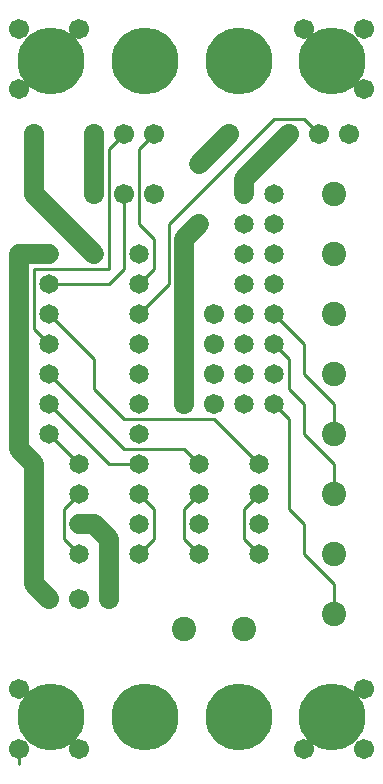
<source format=gtl>
%MOIN*%
%FSLAX25Y25*%
G04 D10 used for Character Trace; *
G04     Circle (OD=.01000) (No hole)*
G04 D11 used for Power Trace; *
G04     Circle (OD=.06700) (No hole)*
G04 D12 used for Signal Trace; *
G04     Circle (OD=.01100) (No hole)*
G04 D13 used for Via; *
G04     Circle (OD=.05800) (Round. Hole ID=.02800)*
G04 D14 used for Component hole; *
G04     Circle (OD=.06500) (Round. Hole ID=.03500)*
G04 D15 used for Component hole; *
G04     Circle (OD=.06700) (Round. Hole ID=.04300)*
G04 D16 used for Component hole; *
G04     Circle (OD=.08100) (Round. Hole ID=.05100)*
G04 D17 used for Component hole; *
G04     Circle (OD=.08900) (Round. Hole ID=.05900)*
G04 D18 used for Component hole; *
G04     Circle (OD=.11300) (Round. Hole ID=.08300)*
G04 D19 used for Component hole; *
G04     Circle (OD=.16000) (Round. Hole ID=.13000)*
G04 D20 used for Component hole; *
G04     Circle (OD=.18300) (Round. Hole ID=.15300)*
G04 D21 used for Component hole; *
G04     Circle (OD=.22291) (Round. Hole ID=.19291)*
%ADD10C,.01000*%
%ADD11C,.06700*%
%ADD12C,.01100*%
%ADD13C,.05800*%
%ADD14C,.06500*%
%ADD15C,.06700*%
%ADD16C,.08100*%
%ADD17C,.08900*%
%ADD18C,.11300*%
%ADD19C,.16000*%
%ADD20C,.18300*%
%ADD21C,.22291*%
%IPPOS*%
%LPD*%
G90*X0Y0D02*D15*X5000Y5000D03*D12*Y0D01*D21*      
X15625Y15625D03*D15*X25000Y5000D03*X5000Y25000D03*
D21*X46875Y15625D03*D15*X35000Y55000D03*D11*      
Y75000D01*X30000Y80000D01*X25000D01*D14*D03*D12*  
X20000Y75000D02*Y85000D01*X25000Y70000D02*        
X20000Y75000D01*D14*X25000Y70000D03*D15*          
X15000Y55000D03*D11*X10000Y60000D01*Y100000D01*   
X5000Y105000D01*Y170000D01*X15000D01*D14*D03*D12* 
X10000Y145000D02*Y165000D01*X15000Y140000D02*     
X10000Y145000D01*D14*X15000Y140000D03*Y150000D03* 
D12*X30000Y135000D01*Y125000D01*X40000Y115000D01* 
X70000D01*X85000Y100000D01*D14*D03*Y90000D03*D12* 
X80000Y85000D01*Y75000D01*X85000Y70000D01*D14*D03*
Y80000D03*D12*X100000D02*X95000Y85000D01*         
X100000Y70000D02*Y80000D01*X110000Y60000D02*      
X100000Y70000D01*X110000Y50000D02*Y60000D01*D16*  
Y50000D03*Y70000D03*D15*X120000Y25000D03*D16*     
X80000Y45000D03*D21*X78125Y15625D03*X109375D03*   
D12*X95000Y85000D02*Y115000D01*X90000Y120000D01*  
D14*D03*D12*X100000D02*X95000Y125000D01*          
X100000Y110000D02*Y120000D01*X110000Y100000D02*   
X100000Y110000D01*X110000Y90000D02*Y100000D01*D16*
Y90000D03*Y110000D03*D12*Y120000D01*              
X100000Y130000D01*Y140000D01*X90000Y150000D01*D14*
D03*X80000Y160000D03*Y140000D03*X90000Y160000D03* 
X80000Y150000D03*X90000Y140000D03*D12*            
X95000Y135000D01*Y125000D01*D14*X90000Y130000D03* 
X80000D03*D16*X110000D03*D14*X80000Y120000D03*D15*
X70000Y150000D03*D16*X110000D03*D15*              
X70000Y140000D03*Y130000D03*Y120000D03*D14*       
X65000Y100000D03*D12*X60000Y105000D01*X40000D01*  
X15000Y130000D01*D14*D03*Y120000D03*D12*          
X35000Y100000D01*X45000D01*D14*D03*Y110000D03*    
Y90000D03*D12*X50000Y85000D01*Y75000D01*          
X45000Y70000D01*D14*D03*Y80000D03*D12*            
X60000Y75000D02*Y85000D01*X65000Y70000D02*        
X60000Y75000D01*D14*X65000Y70000D03*Y80000D03*D12*
X60000Y85000D02*X65000Y90000D01*D14*D03*D15*      
X60000Y120000D03*D11*Y130000D01*D15*D03*D11*      
Y140000D01*D15*D03*D11*Y150000D01*D15*D03*D11*    
Y175000D01*X65000Y180000D01*D14*D03*D12*          
X55000Y160000D02*Y180000D01*X45000Y150000D02*     
X55000Y160000D01*D14*X45000Y150000D03*D12*        
X15000Y160000D02*X35000D01*D14*X15000D03*D12*     
X10000Y165000D02*X35000D01*Y205000D01*            
X40000Y210000D01*D15*D03*D12*X45000Y180000D02*    
Y205000D01*X50000Y175000D02*X45000Y180000D01*     
X50000Y165000D02*Y175000D01*X45000Y160000D02*     
X50000Y165000D01*D14*X45000Y160000D03*D12*        
X35000D02*X40000Y165000D01*Y190000D01*D15*D03*    
X50000D03*X30000D03*D11*Y210000D01*D15*D03*D12*   
X45000Y205000D02*X50000Y210000D01*D15*D03*D14*    
X65000Y200000D03*D11*X75000Y210000D01*D15*D03*D12*
X55000Y180000D02*X90000Y215000D01*D14*            
X45000Y170000D03*X80000D03*Y180000D03*Y190000D03* 
D11*Y195000D01*X95000Y210000D01*D15*D03*D12*      
X105000D02*X100000Y215000D01*D15*                 
X105000Y210000D03*D12*X90000Y215000D02*X100000D01*
D21*X109375Y234375D03*X78125D03*D15*              
X115000Y210000D03*D14*X90000Y190000D03*D16*       
X110000D03*D15*X120000Y245000D03*X100000D03*      
X120000Y225000D03*D14*X90000Y180000D03*D21*       
X46875Y234375D03*D14*X90000Y170000D03*D16*        
X110000D03*D13*X30000D03*D11*X10000Y190000D01*D15*
D03*D11*Y210000D01*D15*D03*X5000Y225000D03*D21*   
X15625Y234375D03*D15*X25000Y245000D03*X5000D03*   
D14*X45000Y140000D03*Y130000D03*Y120000D03*       
X15000Y110000D03*D12*X25000Y100000D01*D14*D03*    
Y90000D03*D12*X20000Y85000D01*D15*X25000Y55000D03*
D16*X60000Y45000D03*D15*X100000Y5000D03*          
X120000D03*M02*                                   

</source>
